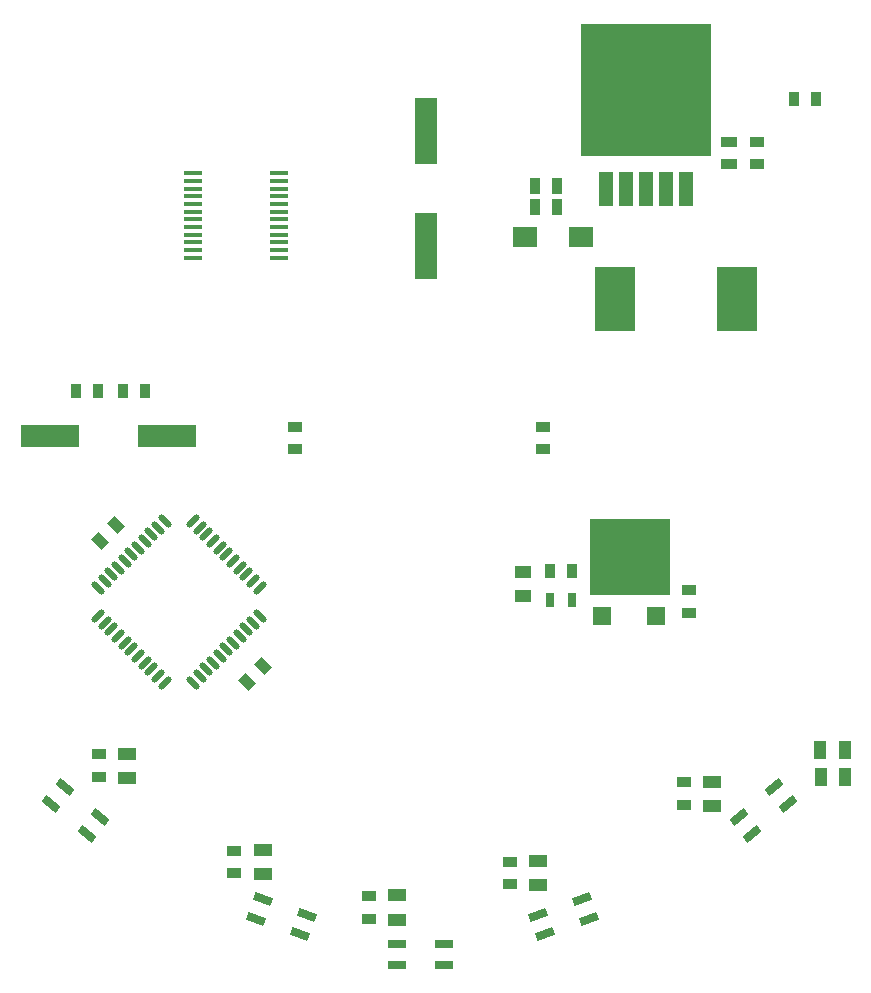
<source format=gbp>
G04*
G04 #@! TF.GenerationSoftware,Altium Limited,Altium Designer,19.0.15 (446)*
G04*
G04 Layer_Color=128*
%FSLAX44Y44*%
%MOMM*%
G71*
G01*
G75*
%ADD16R,0.7000X1.3000*%
%ADD23R,1.3800X0.9200*%
%ADD24R,0.9000X1.3000*%
%ADD63R,1.5000X1.5000*%
%ADD64R,6.8326X6.5000*%
%ADD65R,1.8970X5.7038*%
%ADD66R,0.9200X1.3800*%
%ADD67R,1.3000X0.9000*%
%ADD68R,1.3500X1.0000*%
G04:AMPARAMS|DCode=69|XSize=0.9mm|YSize=1.3mm|CornerRadius=0mm|HoleSize=0mm|Usage=FLASHONLY|Rotation=225.000|XOffset=0mm|YOffset=0mm|HoleType=Round|Shape=Rectangle|*
%AMROTATEDRECTD69*
4,1,4,-0.1414,0.7778,0.7778,-0.1414,0.1414,-0.7778,-0.7778,0.1414,-0.1414,0.7778,0.0*
%
%ADD69ROTATEDRECTD69*%

%ADD70R,2.1500X1.7000*%
%ADD71R,3.5000X5.4000*%
%ADD72R,11.0000X11.3000*%
%ADD73R,1.2500X3.0000*%
%ADD74R,4.9500X1.9500*%
G04:AMPARAMS|DCode=75|XSize=0.69mm|YSize=1.57mm|CornerRadius=0mm|HoleSize=0mm|Usage=FLASHONLY|Rotation=110.000|XOffset=0mm|YOffset=0mm|HoleType=Round|Shape=Rectangle|*
%AMROTATEDRECTD75*
4,1,4,0.8557,-0.0557,-0.6197,-0.5927,-0.8557,0.0557,0.6197,0.5927,0.8557,-0.0557,0.0*
%
%ADD75ROTATEDRECTD75*%

G04:AMPARAMS|DCode=76|XSize=0.69mm|YSize=1.57mm|CornerRadius=0mm|HoleSize=0mm|Usage=FLASHONLY|Rotation=130.000|XOffset=0mm|YOffset=0mm|HoleType=Round|Shape=Rectangle|*
%AMROTATEDRECTD76*
4,1,4,0.8231,0.2403,-0.3796,-0.7689,-0.8231,-0.2403,0.3796,0.7689,0.8231,0.2403,0.0*
%
%ADD76ROTATEDRECTD76*%

G04:AMPARAMS|DCode=77|XSize=0.55mm|YSize=1.4mm|CornerRadius=0mm|HoleSize=0mm|Usage=FLASHONLY|Rotation=45.000|XOffset=0mm|YOffset=0mm|HoleType=Round|Shape=Round|*
%AMOVALD77*
21,1,0.8500,0.5500,0.0000,0.0000,135.0*
1,1,0.5500,0.3005,-0.3005*
1,1,0.5500,-0.3005,0.3005*
%
%ADD77OVALD77*%

G04:AMPARAMS|DCode=78|XSize=0.55mm|YSize=1.4mm|CornerRadius=0mm|HoleSize=0mm|Usage=FLASHONLY|Rotation=135.000|XOffset=0mm|YOffset=0mm|HoleType=Round|Shape=Round|*
%AMOVALD78*
21,1,0.8500,0.5500,0.0000,0.0000,225.0*
1,1,0.5500,0.3005,0.3005*
1,1,0.5500,-0.3005,-0.3005*
%
%ADD78OVALD78*%

G04:AMPARAMS|DCode=79|XSize=0.69mm|YSize=1.57mm|CornerRadius=0mm|HoleSize=0mm|Usage=FLASHONLY|Rotation=50.000|XOffset=0mm|YOffset=0mm|HoleType=Round|Shape=Rectangle|*
%AMROTATEDRECTD79*
4,1,4,0.3796,-0.7689,-0.8231,0.2403,-0.3796,0.7689,0.8231,-0.2403,0.3796,-0.7689,0.0*
%
%ADD79ROTATEDRECTD79*%

%ADD80R,1.5500X1.0000*%
G04:AMPARAMS|DCode=81|XSize=0.69mm|YSize=1.57mm|CornerRadius=0mm|HoleSize=0mm|Usage=FLASHONLY|Rotation=70.000|XOffset=0mm|YOffset=0mm|HoleType=Round|Shape=Rectangle|*
%AMROTATEDRECTD81*
4,1,4,0.6197,-0.5927,-0.8557,-0.0557,-0.6197,0.5927,0.8557,0.0557,0.6197,-0.5927,0.0*
%
%ADD81ROTATEDRECTD81*%

%ADD82R,1.5700X0.6900*%
%ADD83R,1.5000X0.4000*%
%ADD84R,1.0000X1.5500*%
D16*
X1981150Y-33274D02*
D03*
X1962150D02*
D03*
D23*
X2114414Y335382D02*
D03*
Y354482D02*
D03*
D24*
X1962404Y-8890D02*
D03*
X1981404D02*
D03*
X2169058Y390398D02*
D03*
X2188058D02*
D03*
X1579830Y143510D02*
D03*
X1560830D02*
D03*
X1600708Y143764D02*
D03*
X1619708D02*
D03*
D63*
X2006702Y-46736D02*
D03*
X2052422D02*
D03*
D64*
X2029816Y3302D02*
D03*
D65*
X1857096Y363164D02*
D03*
Y266248D02*
D03*
D66*
X1968754Y299466D02*
D03*
X1949654D02*
D03*
Y316992D02*
D03*
X1968754D02*
D03*
D67*
X2080262Y-44144D02*
D03*
Y-25144D02*
D03*
X2137612Y354278D02*
D03*
Y335278D02*
D03*
X1580998Y-183236D02*
D03*
Y-164236D02*
D03*
X1694790Y-264824D02*
D03*
Y-245824D02*
D03*
X1809090Y-303432D02*
D03*
Y-284432D02*
D03*
X1928525Y-273968D02*
D03*
X1928525Y-254968D02*
D03*
X1956816Y94132D02*
D03*
Y113132D02*
D03*
X2076298Y-206858D02*
D03*
Y-187858D02*
D03*
X1746866Y94132D02*
D03*
Y113132D02*
D03*
D68*
X1939900Y-29812D02*
D03*
Y-9812D02*
D03*
D69*
X1594725Y29832D02*
D03*
X1581290Y16396D02*
D03*
X1719440Y-89549D02*
D03*
X1706004Y-102984D02*
D03*
D70*
X1988796Y273812D02*
D03*
X1941296D02*
D03*
D71*
X2120838Y221488D02*
D03*
X2017838D02*
D03*
D72*
X2043786Y398526D02*
D03*
D73*
X2009786Y314526D02*
D03*
X2026786D02*
D03*
X2043786D02*
D03*
X2060786D02*
D03*
X2077786D02*
D03*
D74*
X1539118Y105156D02*
D03*
X1638118D02*
D03*
D75*
X1989417Y-286286D02*
D03*
X1995573Y-303200D02*
D03*
X1952299Y-299796D02*
D03*
X1958455Y-316710D02*
D03*
D76*
X2152342Y-192247D02*
D03*
X2163912Y-206035D02*
D03*
X2122083Y-217637D02*
D03*
X2133654Y-231425D02*
D03*
D77*
X1671541Y-92328D02*
D03*
X1716795Y-47073D02*
D03*
X1711138Y-52730D02*
D03*
X1705482Y-58387D02*
D03*
X1699825Y-64043D02*
D03*
X1694168Y-69700D02*
D03*
X1688511Y-75357D02*
D03*
X1682854Y-81014D02*
D03*
X1677197Y-86671D02*
D03*
X1665884Y-97985D02*
D03*
X1660227Y-103641D02*
D03*
X1579617Y-23031D02*
D03*
X1585273Y-17374D02*
D03*
X1590930Y-11717D02*
D03*
X1596587Y-6061D02*
D03*
X1602244Y-404D02*
D03*
X1607901Y5253D02*
D03*
X1613558Y10910D02*
D03*
X1619215Y16567D02*
D03*
X1624872Y22224D02*
D03*
X1630528Y27880D02*
D03*
X1636185Y33537D02*
D03*
D78*
Y-103641D02*
D03*
X1630528Y-97985D02*
D03*
X1624872Y-92328D02*
D03*
X1619215Y-86671D02*
D03*
X1613558Y-81014D02*
D03*
X1607901Y-75357D02*
D03*
X1602244Y-69700D02*
D03*
X1596587Y-64043D02*
D03*
X1590930Y-58387D02*
D03*
X1585273Y-52730D02*
D03*
X1579617Y-47073D02*
D03*
X1660227Y33537D02*
D03*
X1665884Y27880D02*
D03*
X1671541Y22224D02*
D03*
X1677197Y16567D02*
D03*
X1682854Y10910D02*
D03*
X1688511Y5253D02*
D03*
X1694168Y-404D02*
D03*
X1699825Y-6061D02*
D03*
X1705482Y-11717D02*
D03*
X1711138Y-17374D02*
D03*
X1716795Y-23031D02*
D03*
D79*
X1581745Y-217637D02*
D03*
X1570174Y-231425D02*
D03*
X1551486Y-192247D02*
D03*
X1539916Y-206035D02*
D03*
D80*
X1604366Y-183986D02*
D03*
Y-163486D02*
D03*
X1719682Y-265574D02*
D03*
Y-245074D02*
D03*
X1832966Y-304182D02*
D03*
Y-283682D02*
D03*
X1952401Y-274718D02*
D03*
X1952401Y-254218D02*
D03*
X2099666Y-207862D02*
D03*
Y-187362D02*
D03*
D81*
X1756711Y-299796D02*
D03*
X1750555Y-316710D02*
D03*
X1719593Y-286286D02*
D03*
X1713437Y-303200D02*
D03*
D82*
X1872426Y-324756D02*
D03*
Y-342756D02*
D03*
X1832926Y-324756D02*
D03*
Y-342756D02*
D03*
D83*
X1732818Y327850D02*
D03*
Y321350D02*
D03*
Y314850D02*
D03*
Y308350D02*
D03*
Y301850D02*
D03*
Y295350D02*
D03*
Y288850D02*
D03*
Y282350D02*
D03*
Y275850D02*
D03*
Y269350D02*
D03*
Y262850D02*
D03*
Y256350D02*
D03*
X1660318Y269350D02*
D03*
Y275850D02*
D03*
Y282350D02*
D03*
Y288850D02*
D03*
Y295350D02*
D03*
Y301850D02*
D03*
Y308350D02*
D03*
Y314850D02*
D03*
Y321350D02*
D03*
Y327850D02*
D03*
Y262850D02*
D03*
Y256350D02*
D03*
D84*
X2191438Y-160528D02*
D03*
X2211938D02*
D03*
X2191691Y-183388D02*
D03*
X2212191D02*
D03*
M02*

</source>
